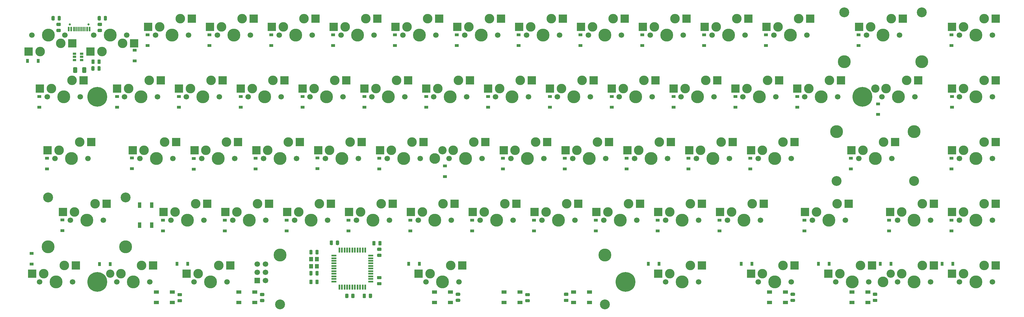
<source format=gbr>
%TF.GenerationSoftware,KiCad,Pcbnew,(5.99.0-2809-gaceed2b0a4)*%
%TF.CreationDate,2020-08-26T23:20:53-04:00*%
%TF.ProjectId,athene-pcb,61746865-6e65-42d7-9063-622e6b696361,rev?*%
%TF.SameCoordinates,Original*%
%TF.FileFunction,Soldermask,Bot*%
%TF.FilePolarity,Negative*%
%FSLAX46Y46*%
G04 Gerber Fmt 4.6, Leading zero omitted, Abs format (unit mm)*
G04 Created by KiCad (PCBNEW (5.99.0-2809-gaceed2b0a4)) date 2020-08-26 23:20:53*
%MOMM*%
%LPD*%
G01*
G04 APERTURE LIST*
%ADD10C,6.100000*%
%ADD11C,3.987800*%
%ADD12C,3.048000*%
%ADD13C,3.300000*%
%ADD14R,1.200000X0.900000*%
%ADD15R,2.550000X2.500000*%
%ADD16C,2.950000*%
%ADD17C,1.700000*%
%ADD18C,3.980180*%
%ADD19R,0.600000X1.450000*%
%ADD20R,0.300000X1.450000*%
%ADD21C,0.650000*%
%ADD22R,0.900000X1.200000*%
%ADD23R,1.500000X1.000000*%
%ADD24R,1.700000X1.700000*%
%ADD25C,2.550000*%
%ADD26R,1.200000X1.400000*%
%ADD27R,1.100000X1.800000*%
%ADD28R,1.060000X0.650000*%
%ADD29R,0.550000X1.500000*%
%ADD30R,1.500000X0.550000*%
G04 APERTURE END LIST*
D10*
%TO.C,Poker_oval_hole*%
X203200000Y-101600000D03*
%TD*%
D11*
%TO.C,ST_LSHIFT*%
X49244250Y-90805000D03*
D12*
X25368250Y-75565000D03*
D11*
X25368250Y-90805000D03*
D12*
X49244250Y-75565000D03*
%TD*%
%TO.C,ST_BKSP*%
X270637000Y-18415000D03*
D11*
X270637000Y-33655000D03*
D12*
X294513000Y-18415000D03*
D11*
X294513000Y-33655000D03*
%TD*%
D13*
%TO.C,HOLE5*%
X282575000Y-101600000D03*
%TD*%
%TO.C,HOLE5*%
X144462500Y-63500000D03*
%TD*%
D10*
%TO.C,Poker_oval_hole*%
X40481250Y-101600000D03*
%TD*%
D11*
%TO.C,ST_ENTER*%
X292131750Y-55245000D03*
X268255750Y-55245000D03*
D12*
X292131750Y-70485000D03*
X268255750Y-70485000D03*
%TD*%
D10*
%TO.C,Poker_oval_hole*%
X40481250Y-44450000D03*
%TD*%
%TO.C,Poker_oval_hole*%
X276225000Y-44454000D03*
%TD*%
D14*
%TO.C,D32*%
X51196875Y-66675000D03*
X51196875Y-63375000D03*
%TD*%
%TO.C,D13*%
X246459375Y-28637500D03*
X246459375Y-25337500D03*
%TD*%
%TO.C,C9*%
G36*
G01*
X66337500Y-107905666D02*
X65425000Y-107905666D01*
G75*
G02*
X65181250Y-107661916I0J243750D01*
G01*
X65181250Y-107174416D01*
G75*
G02*
X65425000Y-106930666I243750J0D01*
G01*
X66337500Y-106930666D01*
G75*
G02*
X66581250Y-107174416I0J-243750D01*
G01*
X66581250Y-107661916D01*
G75*
G02*
X66337500Y-107905666I-243750J0D01*
G01*
G37*
G36*
G01*
X66337500Y-106030666D02*
X65425000Y-106030666D01*
G75*
G02*
X65181250Y-105786916I0J243750D01*
G01*
X65181250Y-105299416D01*
G75*
G02*
X65425000Y-105055666I243750J0D01*
G01*
X66337500Y-105055666D01*
G75*
G02*
X66581250Y-105299416I0J-243750D01*
G01*
X66581250Y-105786916D01*
G75*
G02*
X66337500Y-106030666I-243750J0D01*
G01*
G37*
%TD*%
%TO.C,D30*%
X303768125Y-47687500D03*
X303768125Y-44387500D03*
%TD*%
%TO.C,C2*%
G36*
G01*
X108678625Y-98462125D02*
X108678625Y-99374625D01*
G75*
G02*
X108434875Y-99618375I-243750J0D01*
G01*
X107947375Y-99618375D01*
G75*
G02*
X107703625Y-99374625I0J243750D01*
G01*
X107703625Y-98462125D01*
G75*
G02*
X107947375Y-98218375I243750J0D01*
G01*
X108434875Y-98218375D01*
G75*
G02*
X108678625Y-98462125I0J-243750D01*
G01*
G37*
G36*
G01*
X106803625Y-98462125D02*
X106803625Y-99374625D01*
G75*
G02*
X106559875Y-99618375I-243750J0D01*
G01*
X106072375Y-99618375D01*
G75*
G02*
X105828625Y-99374625I0J243750D01*
G01*
X105828625Y-98462125D01*
G75*
G02*
X106072375Y-98218375I243750J0D01*
G01*
X106559875Y-98218375D01*
G75*
G02*
X106803625Y-98462125I0J-243750D01*
G01*
G37*
%TD*%
D15*
%TO.C,K54*%
X226752500Y-77470000D03*
X213302500Y-80010000D03*
D16*
X216852500Y-80010000D03*
X223202500Y-77470000D03*
D17*
X225742500Y-82550000D03*
D18*
X220662500Y-82550000D03*
D17*
X215582500Y-82550000D03*
%TD*%
D14*
%TO.C,D6*%
X113109375Y-28637500D03*
X113109375Y-25337500D03*
%TD*%
D19*
%TO.C,J1*%
X38150000Y-23507500D03*
X37375000Y-23507500D03*
D20*
X36675000Y-23507500D03*
X36175000Y-23507500D03*
X35675000Y-23507500D03*
X35175000Y-23507500D03*
X34675000Y-23507500D03*
X34175000Y-23507500D03*
X33675000Y-23507500D03*
X33175000Y-23507500D03*
D19*
X32475000Y-23507500D03*
X31700000Y-23507500D03*
D21*
X37815000Y-22062500D03*
X32035000Y-22062500D03*
%TD*%
D14*
%TO.C,D5*%
X94059375Y-28637500D03*
X94059375Y-25337500D03*
%TD*%
D15*
%TO.C,K14*%
X288665000Y-20320000D03*
X275215000Y-22860000D03*
D17*
X287655000Y-25400000D03*
D16*
X278765000Y-22860000D03*
X285115000Y-20320000D03*
D18*
X282575000Y-25400000D03*
D17*
X277495000Y-25400000D03*
%TD*%
D14*
%TO.C,D3*%
X55959375Y-28637500D03*
X55959375Y-25337500D03*
%TD*%
%TO.C,D40*%
X203596875Y-66737500D03*
X203596875Y-63437500D03*
%TD*%
%TO.C,D7*%
X132159375Y-28637500D03*
X132159375Y-25337500D03*
%TD*%
D15*
%TO.C,K58*%
X317240000Y-77470000D03*
X303790000Y-80010000D03*
D17*
X306070000Y-82550000D03*
D16*
X313690000Y-77470000D03*
D18*
X311150000Y-82550000D03*
D16*
X307340000Y-80010000D03*
D17*
X316230000Y-82550000D03*
%TD*%
D15*
%TO.C,K24*%
X193415000Y-39370000D03*
X179965000Y-41910000D03*
D16*
X183515000Y-41910000D03*
X189865000Y-39370000D03*
D18*
X187325000Y-44450000D03*
D17*
X192405000Y-44450000D03*
X182245000Y-44450000D03*
%TD*%
D14*
%TO.C,D25*%
X198993125Y-47687500D03*
X198993125Y-44387500D03*
%TD*%
%TO.C,D27*%
X237093125Y-47687500D03*
X237093125Y-44387500D03*
%TD*%
%TO.C,D43*%
X272653125Y-66737500D03*
X272653125Y-63437500D03*
%TD*%
%TO.C,C6*%
G36*
G01*
X126924750Y-91031000D02*
X127837250Y-91031000D01*
G75*
G02*
X128081000Y-91274750I0J-243750D01*
G01*
X128081000Y-91762250D01*
G75*
G02*
X127837250Y-92006000I-243750J0D01*
G01*
X126924750Y-92006000D01*
G75*
G02*
X126681000Y-91762250I0J243750D01*
G01*
X126681000Y-91274750D01*
G75*
G02*
X126924750Y-91031000I243750J0D01*
G01*
G37*
G36*
G01*
X126924750Y-92906000D02*
X127837250Y-92906000D01*
G75*
G02*
X128081000Y-93149750I0J-243750D01*
G01*
X128081000Y-93637250D01*
G75*
G02*
X127837250Y-93881000I-243750J0D01*
G01*
X126924750Y-93881000D01*
G75*
G02*
X126681000Y-93637250I0J243750D01*
G01*
X126681000Y-93149750D01*
G75*
G02*
X126924750Y-92906000I243750J0D01*
G01*
G37*
%TD*%
D15*
%TO.C,K51*%
X169602500Y-77470000D03*
X156152500Y-80010000D03*
D16*
X159702500Y-80010000D03*
X166052500Y-77470000D03*
D17*
X168592500Y-82550000D03*
X158432500Y-82550000D03*
D18*
X163512500Y-82550000D03*
%TD*%
D14*
%TO.C,D2*%
X51990625Y-33400000D03*
X51990625Y-30100000D03*
%TD*%
D15*
%TO.C,K22*%
X155315000Y-39370000D03*
X141865000Y-41910000D03*
D18*
X149225000Y-44450000D03*
D16*
X151765000Y-39370000D03*
D17*
X154305000Y-44450000D03*
X144145000Y-44450000D03*
D16*
X145415000Y-41910000D03*
%TD*%
D14*
%TO.C,D49*%
X117871875Y-85850000D03*
X117871875Y-82550000D03*
%TD*%
D15*
%TO.C,K59*%
X33871250Y-96520000D03*
X20421250Y-99060000D03*
D16*
X30321250Y-96520000D03*
D18*
X27781250Y-101600000D03*
D17*
X22701250Y-101600000D03*
D16*
X23971250Y-99060000D03*
D17*
X32861250Y-101600000D03*
%TD*%
D15*
%TO.C,K15*%
X317240000Y-20320000D03*
X303790000Y-22860000D03*
D17*
X316230000Y-25400000D03*
D16*
X313690000Y-20320000D03*
D18*
X311150000Y-25400000D03*
D16*
X307340000Y-22860000D03*
D17*
X306070000Y-25400000D03*
%TD*%
D14*
%TO.C,D50*%
X136921875Y-85850000D03*
X136921875Y-82550000D03*
%TD*%
D22*
%TO.C,D1*%
X22294326Y-33337500D03*
X18994326Y-33337500D03*
%TD*%
D15*
%TO.C,K6*%
X126740000Y-20320000D03*
X113290000Y-22860000D03*
D16*
X116840000Y-22860000D03*
D17*
X115570000Y-25400000D03*
D16*
X123190000Y-20320000D03*
D18*
X120650000Y-25400000D03*
D17*
X125730000Y-25400000D03*
%TD*%
D15*
%TO.C,K55*%
X245802500Y-77470000D03*
X232352500Y-80010000D03*
D16*
X242252500Y-77470000D03*
D17*
X244792500Y-82550000D03*
X234632500Y-82550000D03*
D16*
X235902500Y-80010000D03*
D18*
X239712500Y-82550000D03*
%TD*%
D14*
%TO.C,D38*%
X165496875Y-66737500D03*
X165496875Y-63437500D03*
%TD*%
%TO.C,D36*%
X127396875Y-66737500D03*
X127396875Y-63437500D03*
%TD*%
D15*
%TO.C,K9*%
X183890000Y-20320000D03*
X170440000Y-22860000D03*
D17*
X182880000Y-25400000D03*
D16*
X173990000Y-22860000D03*
X180340000Y-20320000D03*
D17*
X172720000Y-25400000D03*
D18*
X177800000Y-25400000D03*
%TD*%
D15*
%TO.C,K53*%
X207702500Y-77470000D03*
X194252500Y-80010000D03*
D18*
X201612500Y-82550000D03*
D17*
X196532500Y-82550000D03*
D16*
X197802500Y-80010000D03*
D17*
X206692500Y-82550000D03*
D16*
X204152500Y-77470000D03*
%TD*%
D23*
%TO.C,RGB3*%
X149293750Y-104762500D03*
X149293750Y-107962500D03*
X144393750Y-107962500D03*
X144393750Y-104762500D03*
%TD*%
D15*
%TO.C,K31*%
X38633750Y-58420000D03*
X25183750Y-60960000D03*
D17*
X27463750Y-63500000D03*
D18*
X32543750Y-63500000D03*
D16*
X28733750Y-60960000D03*
X35083750Y-58420000D03*
D17*
X37623750Y-63500000D03*
%TD*%
D14*
%TO.C,D46*%
X60721875Y-85850000D03*
X60721875Y-82550000D03*
%TD*%
%TO.C,D16*%
X22621875Y-47687500D03*
X22621875Y-44387500D03*
%TD*%
%TO.C,R4*%
G36*
G01*
X38669804Y-36167707D02*
X38669804Y-35255207D01*
G75*
G02*
X38913554Y-35011457I243750J0D01*
G01*
X39401054Y-35011457D01*
G75*
G02*
X39644804Y-35255207I0J-243750D01*
G01*
X39644804Y-36167707D01*
G75*
G02*
X39401054Y-36411457I-243750J0D01*
G01*
X38913554Y-36411457D01*
G75*
G02*
X38669804Y-36167707I0J243750D01*
G01*
G37*
G36*
G01*
X40544804Y-36167707D02*
X40544804Y-35255207D01*
G75*
G02*
X40788554Y-35011457I243750J0D01*
G01*
X41276054Y-35011457D01*
G75*
G02*
X41519804Y-35255207I0J-243750D01*
G01*
X41519804Y-36167707D01*
G75*
G02*
X41276054Y-36411457I-243750J0D01*
G01*
X40788554Y-36411457D01*
G75*
G02*
X40544804Y-36167707I0J243750D01*
G01*
G37*
%TD*%
D15*
%TO.C,K28*%
X269615000Y-39370000D03*
X256165000Y-41910000D03*
D17*
X258445000Y-44450000D03*
D18*
X263525000Y-44450000D03*
D17*
X268605000Y-44450000D03*
D16*
X266065000Y-39370000D03*
X259715000Y-41910000D03*
%TD*%
D14*
%TO.C,D39*%
X184546875Y-66737500D03*
X184546875Y-63437500D03*
%TD*%
%TO.C,D58*%
X303609375Y-85850000D03*
X303609375Y-82550000D03*
%TD*%
D15*
%TO.C,K30*%
X317240000Y-39370000D03*
X303790000Y-41910000D03*
D18*
X311150000Y-44450000D03*
D17*
X306070000Y-44450000D03*
D16*
X307340000Y-41910000D03*
X313690000Y-39370000D03*
D17*
X316230000Y-44450000D03*
%TD*%
%TO.C,R5*%
G36*
G01*
X108678625Y-101143750D02*
X108678625Y-102056250D01*
G75*
G02*
X108434875Y-102300000I-243750J0D01*
G01*
X107947375Y-102300000D01*
G75*
G02*
X107703625Y-102056250I0J243750D01*
G01*
X107703625Y-101143750D01*
G75*
G02*
X107947375Y-100900000I243750J0D01*
G01*
X108434875Y-100900000D01*
G75*
G02*
X108678625Y-101143750I0J-243750D01*
G01*
G37*
G36*
G01*
X106803625Y-101143750D02*
X106803625Y-102056250D01*
G75*
G02*
X106559875Y-102300000I-243750J0D01*
G01*
X106072375Y-102300000D01*
G75*
G02*
X105828625Y-102056250I0J243750D01*
G01*
X105828625Y-101143750D01*
G75*
G02*
X106072375Y-100900000I243750J0D01*
G01*
X106559875Y-100900000D01*
G75*
G02*
X106803625Y-101143750I0J-243750D01*
G01*
G37*
%TD*%
D14*
%TO.C,D14*%
X275034375Y-28637500D03*
X275034375Y-25337500D03*
%TD*%
%TO.C,D53*%
X194071875Y-85850000D03*
X194071875Y-82550000D03*
%TD*%
%TO.C,D26*%
X218043125Y-47687500D03*
X218043125Y-44387500D03*
%TD*%
%TO.C,D19*%
X84693125Y-47687500D03*
X84693125Y-44387500D03*
%TD*%
D15*
%TO.C,K23*%
X174365000Y-39370000D03*
X160915000Y-41910000D03*
D16*
X170815000Y-39370000D03*
D17*
X163195000Y-44450000D03*
X173355000Y-44450000D03*
D18*
X168275000Y-44450000D03*
D16*
X164465000Y-41910000D03*
%TD*%
D23*
%TO.C,RGB6*%
X252481250Y-104762500D03*
X252481250Y-107962500D03*
X247581250Y-107962500D03*
X247581250Y-104762500D03*
%TD*%
D17*
%TO.C,J2*%
X92329000Y-96139000D03*
X89789000Y-96139000D03*
X92329000Y-98679000D03*
X89789000Y-98679000D03*
X92329000Y-101219000D03*
D24*
X89789000Y-101219000D03*
%TD*%
D14*
%TO.C,D57*%
X284400625Y-85850000D03*
X284400625Y-82550000D03*
%TD*%
%TO.C,D29*%
X281026707Y-49912180D03*
X281026707Y-46612180D03*
%TD*%
%TO.C,R7*%
G36*
G01*
X26388000Y-20649250D02*
X26388000Y-19736750D01*
G75*
G02*
X26631750Y-19493000I243750J0D01*
G01*
X27119250Y-19493000D01*
G75*
G02*
X27363000Y-19736750I0J-243750D01*
G01*
X27363000Y-20649250D01*
G75*
G02*
X27119250Y-20893000I-243750J0D01*
G01*
X26631750Y-20893000D01*
G75*
G02*
X26388000Y-20649250I0J243750D01*
G01*
G37*
G36*
G01*
X28263000Y-20649250D02*
X28263000Y-19736750D01*
G75*
G02*
X28506750Y-19493000I243750J0D01*
G01*
X28994250Y-19493000D01*
G75*
G02*
X29238000Y-19736750I0J-243750D01*
G01*
X29238000Y-20649250D01*
G75*
G02*
X28994250Y-20893000I-243750J0D01*
G01*
X28506750Y-20893000D01*
G75*
G02*
X28263000Y-20649250I0J243750D01*
G01*
G37*
%TD*%
D15*
%TO.C,K17*%
X60065000Y-39370000D03*
X46615000Y-41910000D03*
D17*
X59055000Y-44450000D03*
X48895000Y-44450000D03*
D18*
X53975000Y-44450000D03*
D16*
X50165000Y-41910000D03*
X56515000Y-39370000D03*
%TD*%
D15*
%TO.C,K26*%
X231515000Y-39370000D03*
X218065000Y-41910000D03*
D17*
X220345000Y-44450000D03*
D16*
X227965000Y-39370000D03*
D18*
X225425000Y-44450000D03*
D17*
X230505000Y-44450000D03*
D16*
X221615000Y-41910000D03*
%TD*%
D22*
%TO.C,D63*%
X210281250Y-96043750D03*
X213581250Y-96043750D03*
%TD*%
D14*
%TO.C,D45*%
X29765625Y-85787500D03*
X29765625Y-82487500D03*
%TD*%
%TO.C,D47*%
X79771875Y-85850000D03*
X79771875Y-82550000D03*
%TD*%
D15*
%TO.C,K61*%
X81496250Y-96520000D03*
X68046250Y-99060000D03*
D16*
X77946250Y-96520000D03*
D17*
X80486250Y-101600000D03*
X70326250Y-101600000D03*
D18*
X75406250Y-101600000D03*
D16*
X71596250Y-99060000D03*
%TD*%
D23*
%TO.C,RGB2*%
X88968750Y-104762500D03*
X88968750Y-107962500D03*
X84068750Y-107962500D03*
X84068750Y-104762500D03*
%TD*%
D15*
%TO.C,K5*%
X107690000Y-20320000D03*
X94240000Y-22860000D03*
D16*
X104140000Y-20320000D03*
X97790000Y-22860000D03*
D17*
X96520000Y-25400000D03*
D18*
X101600000Y-25400000D03*
D17*
X106680000Y-25400000D03*
%TD*%
D14*
%TO.C,D56*%
X258365625Y-85850000D03*
X258365625Y-82550000D03*
%TD*%
D15*
%TO.C,K29*%
X293427500Y-39370000D03*
D25*
X280193750Y-41910000D03*
D17*
X292417500Y-44450000D03*
X282257500Y-44450000D03*
D16*
X289877500Y-39370000D03*
X283527500Y-41910000D03*
D18*
X287337500Y-44450000D03*
%TD*%
%TO.C,R3*%
G36*
G01*
X38688031Y-34073511D02*
X38688031Y-33161011D01*
G75*
G02*
X38931781Y-32917261I243750J0D01*
G01*
X39419281Y-32917261D01*
G75*
G02*
X39663031Y-33161011I0J-243750D01*
G01*
X39663031Y-34073511D01*
G75*
G02*
X39419281Y-34317261I-243750J0D01*
G01*
X38931781Y-34317261D01*
G75*
G02*
X38688031Y-34073511I0J243750D01*
G01*
G37*
G36*
G01*
X40563031Y-34073511D02*
X40563031Y-33161011D01*
G75*
G02*
X40806781Y-32917261I243750J0D01*
G01*
X41294281Y-32917261D01*
G75*
G02*
X41538031Y-33161011I0J-243750D01*
G01*
X41538031Y-34073511D01*
G75*
G02*
X41294281Y-34317261I-243750J0D01*
G01*
X40806781Y-34317261D01*
G75*
G02*
X40563031Y-34073511I0J243750D01*
G01*
G37*
%TD*%
%TO.C,C15*%
G36*
G01*
X280549319Y-107787500D02*
X279636819Y-107787500D01*
G75*
G02*
X279393069Y-107543750I0J243750D01*
G01*
X279393069Y-107056250D01*
G75*
G02*
X279636819Y-106812500I243750J0D01*
G01*
X280549319Y-106812500D01*
G75*
G02*
X280793069Y-107056250I0J-243750D01*
G01*
X280793069Y-107543750D01*
G75*
G02*
X280549319Y-107787500I-243750J0D01*
G01*
G37*
G36*
G01*
X280549319Y-105912500D02*
X279636819Y-105912500D01*
G75*
G02*
X279393069Y-105668750I0J243750D01*
G01*
X279393069Y-105181250D01*
G75*
G02*
X279636819Y-104937500I243750J0D01*
G01*
X280549319Y-104937500D01*
G75*
G02*
X280793069Y-105181250I0J-243750D01*
G01*
X280793069Y-105668750D01*
G75*
G02*
X280549319Y-105912500I-243750J0D01*
G01*
G37*
%TD*%
D15*
%TO.C,K47*%
X93402500Y-77470000D03*
X79952500Y-80010000D03*
D17*
X92392500Y-82550000D03*
D16*
X89852500Y-77470000D03*
D18*
X87312500Y-82550000D03*
D17*
X82232500Y-82550000D03*
D16*
X83502500Y-80010000D03*
%TD*%
D14*
%TO.C,D21*%
X122793125Y-47687500D03*
X122793125Y-44387500D03*
%TD*%
D15*
%TO.C,K64*%
X255327500Y-96520000D03*
X241877500Y-99060000D03*
D16*
X245427500Y-99060000D03*
D17*
X254317500Y-101600000D03*
D16*
X251777500Y-96520000D03*
D17*
X244157500Y-101600000D03*
D18*
X249237500Y-101600000D03*
%TD*%
D15*
%TO.C,K2*%
X38360000Y-30480000D03*
X51810000Y-27940000D03*
D16*
X48260000Y-27940000D03*
X41910000Y-30480000D03*
D18*
X44450000Y-25400000D03*
D17*
X39370000Y-25400000D03*
X49530000Y-25400000D03*
%TD*%
D15*
%TO.C,K42*%
X255327500Y-58420000D03*
X241877500Y-60960000D03*
D16*
X245427500Y-60960000D03*
D17*
X254317500Y-63500000D03*
X244157500Y-63500000D03*
D18*
X249237500Y-63500000D03*
D16*
X251777500Y-58420000D03*
%TD*%
D14*
%TO.C,D23*%
X160893125Y-47687500D03*
X160893125Y-44387500D03*
%TD*%
D23*
%TO.C,RGB5*%
X192156250Y-104762500D03*
X192156250Y-107962500D03*
X187256250Y-107962500D03*
X187256250Y-104762500D03*
%TD*%
D15*
%TO.C,K38*%
X179127500Y-58420000D03*
X165677500Y-60960000D03*
D17*
X167957500Y-63500000D03*
D18*
X173037500Y-63500000D03*
D17*
X178117500Y-63500000D03*
D16*
X169227500Y-60960000D03*
X175577500Y-58420000D03*
%TD*%
D26*
%TO.C,Y1*%
X106403625Y-96788375D03*
X106403625Y-94588375D03*
X108103625Y-94588375D03*
X108103625Y-96788375D03*
%TD*%
D15*
%TO.C,K20*%
X117215000Y-39370000D03*
X103765000Y-41910000D03*
D18*
X111125000Y-44450000D03*
D16*
X107315000Y-41910000D03*
D17*
X106045000Y-44450000D03*
D16*
X113665000Y-39370000D03*
D17*
X116205000Y-44450000D03*
%TD*%
D15*
%TO.C,K52*%
X188652500Y-77470000D03*
X175202500Y-80010000D03*
D16*
X178752500Y-80010000D03*
D17*
X177482500Y-82550000D03*
X187642500Y-82550000D03*
D18*
X182562500Y-82550000D03*
D16*
X185102500Y-77470000D03*
%TD*%
D14*
%TO.C,D59*%
X20240625Y-92806250D03*
X20240625Y-96106250D03*
%TD*%
%TO.C,D15*%
X303609375Y-28637500D03*
X303609375Y-25337500D03*
%TD*%
D15*
%TO.C,K27*%
X250565000Y-39370000D03*
X237115000Y-41910000D03*
D17*
X239395000Y-44450000D03*
D18*
X244475000Y-44450000D03*
D16*
X240665000Y-41910000D03*
X247015000Y-39370000D03*
D17*
X249555000Y-44450000D03*
%TD*%
D15*
%TO.C,K4*%
X88640000Y-20320000D03*
X75190000Y-22860000D03*
D17*
X87630000Y-25400000D03*
D18*
X82550000Y-25400000D03*
D16*
X78740000Y-22860000D03*
D17*
X77470000Y-25400000D03*
D16*
X85090000Y-20320000D03*
%TD*%
%TO.C,C10*%
G36*
G01*
X91737500Y-107857200D02*
X90825000Y-107857200D01*
G75*
G02*
X90581250Y-107613450I0J243750D01*
G01*
X90581250Y-107125950D01*
G75*
G02*
X90825000Y-106882200I243750J0D01*
G01*
X91737500Y-106882200D01*
G75*
G02*
X91981250Y-107125950I0J-243750D01*
G01*
X91981250Y-107613450D01*
G75*
G02*
X91737500Y-107857200I-243750J0D01*
G01*
G37*
G36*
G01*
X91737500Y-105982200D02*
X90825000Y-105982200D01*
G75*
G02*
X90581250Y-105738450I0J243750D01*
G01*
X90581250Y-105250950D01*
G75*
G02*
X90825000Y-105007200I243750J0D01*
G01*
X91737500Y-105007200D01*
G75*
G02*
X91981250Y-105250950I0J-243750D01*
G01*
X91981250Y-105738450D01*
G75*
G02*
X91737500Y-105982200I-243750J0D01*
G01*
G37*
%TD*%
D15*
%TO.C,K48*%
X112452500Y-77470000D03*
X99002500Y-80010000D03*
D16*
X102552500Y-80010000D03*
X108902500Y-77470000D03*
D18*
X106362500Y-82550000D03*
D17*
X111442500Y-82550000D03*
X101282500Y-82550000D03*
%TD*%
D15*
%TO.C,K49*%
X131502500Y-77470000D03*
X118052500Y-80010000D03*
D18*
X125412500Y-82550000D03*
D17*
X120332500Y-82550000D03*
D16*
X127952500Y-77470000D03*
X121602500Y-80010000D03*
D17*
X130492500Y-82550000D03*
%TD*%
D14*
%TO.C,D12*%
X227409375Y-28637500D03*
X227409375Y-25337500D03*
%TD*%
%TO.C,D42*%
X241696875Y-66737500D03*
X241696875Y-63437500D03*
%TD*%
D27*
%TO.C,S1*%
X53564353Y-84062500D03*
X57264353Y-77862500D03*
X57264353Y-84062500D03*
X53564353Y-77862500D03*
%TD*%
D15*
%TO.C,K41*%
X236277500Y-58420000D03*
X222827500Y-60960000D03*
D17*
X235267500Y-63500000D03*
D16*
X226377500Y-60960000D03*
D18*
X230187500Y-63500000D03*
D16*
X232727500Y-58420000D03*
D17*
X225107500Y-63500000D03*
%TD*%
D15*
%TO.C,K33*%
X83877500Y-58420000D03*
X70427500Y-60960000D03*
D16*
X80327500Y-58420000D03*
D17*
X82867500Y-63500000D03*
D16*
X73977500Y-60960000D03*
D17*
X72707500Y-63500000D03*
D18*
X77787500Y-63500000D03*
%TD*%
D15*
%TO.C,K1*%
X19310000Y-30480000D03*
X32760000Y-27940000D03*
D16*
X29210000Y-27940000D03*
X22860000Y-30480000D03*
D18*
X25400000Y-25400000D03*
D17*
X20320000Y-25400000D03*
X30480000Y-25400000D03*
%TD*%
D11*
%TO.C,ST_SPACE*%
X96805750Y-93345000D03*
D12*
X196881750Y-108585000D03*
D11*
X196881750Y-93345000D03*
D12*
X96805750Y-108585000D03*
%TD*%
D14*
%TO.C,D48*%
X98821875Y-85850000D03*
X98821875Y-82550000D03*
%TD*%
D15*
%TO.C,K32*%
X64827500Y-58420000D03*
X51377500Y-60960000D03*
D17*
X63817500Y-63500000D03*
D16*
X54927500Y-60960000D03*
D18*
X58737500Y-63500000D03*
D17*
X53657500Y-63500000D03*
D16*
X61277500Y-58420000D03*
%TD*%
D14*
%TO.C,D28*%
X256143125Y-47687500D03*
X256143125Y-44387500D03*
%TD*%
D15*
%TO.C,K19*%
X98165000Y-39370000D03*
X84715000Y-41910000D03*
D16*
X88265000Y-41910000D03*
X94615000Y-39370000D03*
D18*
X92075000Y-44450000D03*
D17*
X86995000Y-44450000D03*
X97155000Y-44450000D03*
%TD*%
D15*
%TO.C,K18*%
X79115000Y-39370000D03*
X65665000Y-41910000D03*
D17*
X67945000Y-44450000D03*
D18*
X73025000Y-44450000D03*
D16*
X69215000Y-41910000D03*
D17*
X78105000Y-44450000D03*
D16*
X75565000Y-39370000D03*
%TD*%
D22*
%TO.C,D65*%
X262668750Y-96043750D03*
X265968750Y-96043750D03*
%TD*%
%TO.C,C3*%
G36*
G01*
X119718669Y-105461750D02*
X119718669Y-106374250D01*
G75*
G02*
X119474919Y-106618000I-243750J0D01*
G01*
X118987419Y-106618000D01*
G75*
G02*
X118743669Y-106374250I0J243750D01*
G01*
X118743669Y-105461750D01*
G75*
G02*
X118987419Y-105218000I243750J0D01*
G01*
X119474919Y-105218000D01*
G75*
G02*
X119718669Y-105461750I0J-243750D01*
G01*
G37*
G36*
G01*
X117843669Y-105461750D02*
X117843669Y-106374250D01*
G75*
G02*
X117599919Y-106618000I-243750J0D01*
G01*
X117112419Y-106618000D01*
G75*
G02*
X116868669Y-106374250I0J243750D01*
G01*
X116868669Y-105461750D01*
G75*
G02*
X117112419Y-105218000I243750J0D01*
G01*
X117599919Y-105218000D01*
G75*
G02*
X117843669Y-105461750I0J-243750D01*
G01*
G37*
%TD*%
D15*
%TO.C,K25*%
X212465000Y-39370000D03*
X199015000Y-41910000D03*
D16*
X208915000Y-39370000D03*
D17*
X211455000Y-44450000D03*
D18*
X206375000Y-44450000D03*
D17*
X201295000Y-44450000D03*
D16*
X202565000Y-41910000D03*
%TD*%
D14*
%TO.C,D20*%
X103743125Y-47687500D03*
X103743125Y-44387500D03*
%TD*%
%TO.C,F1*%
G36*
G01*
X33047596Y-36820634D02*
X33047596Y-35570634D01*
G75*
G02*
X33297596Y-35320634I250000J0D01*
G01*
X34047596Y-35320634D01*
G75*
G02*
X34297596Y-35570634I0J-250000D01*
G01*
X34297596Y-36820634D01*
G75*
G02*
X34047596Y-37070634I-250000J0D01*
G01*
X33297596Y-37070634D01*
G75*
G02*
X33047596Y-36820634I0J250000D01*
G01*
G37*
G36*
G01*
X35847596Y-36820634D02*
X35847596Y-35570634D01*
G75*
G02*
X36097596Y-35320634I250000J0D01*
G01*
X36847596Y-35320634D01*
G75*
G02*
X37097596Y-35570634I0J-250000D01*
G01*
X37097596Y-36820634D01*
G75*
G02*
X36847596Y-37070634I-250000J0D01*
G01*
X36097596Y-37070634D01*
G75*
G02*
X35847596Y-36820634I0J250000D01*
G01*
G37*
%TD*%
D23*
%TO.C,RGB7*%
X277881250Y-104762500D03*
X277881250Y-107962500D03*
X272981250Y-107962500D03*
X272981250Y-104762500D03*
%TD*%
D15*
%TO.C,K50*%
X150552500Y-77470000D03*
X137102500Y-80010000D03*
D17*
X149542500Y-82550000D03*
D16*
X147002500Y-77470000D03*
D18*
X144462500Y-82550000D03*
D17*
X139382500Y-82550000D03*
D16*
X140652500Y-80010000D03*
%TD*%
D15*
%TO.C,K45*%
X43396250Y-77470000D03*
X29946250Y-80010000D03*
D17*
X32226250Y-82550000D03*
D18*
X37306250Y-82550000D03*
D16*
X39846250Y-77470000D03*
D17*
X42386250Y-82550000D03*
D16*
X33496250Y-80010000D03*
%TD*%
D15*
%TO.C,K36*%
X141027500Y-58420000D03*
X127577500Y-60960000D03*
D17*
X129857500Y-63500000D03*
D18*
X134937500Y-63500000D03*
D17*
X140017500Y-63500000D03*
D16*
X137477500Y-58420000D03*
X131127500Y-60960000D03*
%TD*%
D15*
%TO.C,K39*%
X198177500Y-58420000D03*
X184727500Y-60960000D03*
D16*
X188277500Y-60960000D03*
D18*
X192087500Y-63500000D03*
D16*
X194627500Y-58420000D03*
D17*
X197167500Y-63500000D03*
X187007500Y-63500000D03*
%TD*%
D14*
%TO.C,D52*%
X175021875Y-85850000D03*
X175021875Y-82550000D03*
%TD*%
%TO.C,D22*%
X141843125Y-47687500D03*
X141843125Y-44387500D03*
%TD*%
D15*
%TO.C,K3*%
X69590000Y-20320000D03*
X56140000Y-22860000D03*
D17*
X58420000Y-25400000D03*
X68580000Y-25400000D03*
D16*
X59690000Y-22860000D03*
D18*
X63500000Y-25400000D03*
D16*
X66040000Y-20320000D03*
%TD*%
D22*
%TO.C,D62*%
X136462500Y-96043750D03*
X139762500Y-96043750D03*
%TD*%
%TO.C,R6*%
G36*
G01*
X128063108Y-89212051D02*
X128063108Y-90124551D01*
G75*
G02*
X127819358Y-90368301I-243750J0D01*
G01*
X127331858Y-90368301D01*
G75*
G02*
X127088108Y-90124551I0J243750D01*
G01*
X127088108Y-89212051D01*
G75*
G02*
X127331858Y-88968301I243750J0D01*
G01*
X127819358Y-88968301D01*
G75*
G02*
X128063108Y-89212051I0J-243750D01*
G01*
G37*
G36*
G01*
X126188108Y-89212051D02*
X126188108Y-90124551D01*
G75*
G02*
X125944358Y-90368301I-243750J0D01*
G01*
X125456858Y-90368301D01*
G75*
G02*
X125213108Y-90124551I0J243750D01*
G01*
X125213108Y-89212051D01*
G75*
G02*
X125456858Y-88968301I243750J0D01*
G01*
X125944358Y-88968301D01*
G75*
G02*
X126188108Y-89212051I0J-243750D01*
G01*
G37*
%TD*%
D15*
%TO.C,K37*%
X160077500Y-58420000D03*
D25*
X146843750Y-60960000D03*
D16*
X156527500Y-58420000D03*
X150177500Y-60960000D03*
D18*
X153987500Y-63500000D03*
D17*
X148907500Y-63500000D03*
X159067500Y-63500000D03*
%TD*%
%TO.C,C1*%
G36*
G01*
X105828625Y-92874625D02*
X105828625Y-91962125D01*
G75*
G02*
X106072375Y-91718375I243750J0D01*
G01*
X106559875Y-91718375D01*
G75*
G02*
X106803625Y-91962125I0J-243750D01*
G01*
X106803625Y-92874625D01*
G75*
G02*
X106559875Y-93118375I-243750J0D01*
G01*
X106072375Y-93118375D01*
G75*
G02*
X105828625Y-92874625I0J243750D01*
G01*
G37*
G36*
G01*
X107703625Y-92874625D02*
X107703625Y-91962125D01*
G75*
G02*
X107947375Y-91718375I243750J0D01*
G01*
X108434875Y-91718375D01*
G75*
G02*
X108678625Y-91962125I0J-243750D01*
G01*
X108678625Y-92874625D01*
G75*
G02*
X108434875Y-93118375I-243750J0D01*
G01*
X107947375Y-93118375D01*
G75*
G02*
X107703625Y-92874625I0J243750D01*
G01*
G37*
%TD*%
D14*
%TO.C,D18*%
X65643125Y-47687500D03*
X65643125Y-44387500D03*
%TD*%
D15*
%TO.C,K60*%
X57683750Y-96520000D03*
D25*
X44450000Y-99060000D03*
D16*
X54133750Y-96520000D03*
X47783750Y-99060000D03*
D17*
X46513750Y-101600000D03*
X56673750Y-101600000D03*
D18*
X51593750Y-101600000D03*
%TD*%
D15*
%TO.C,K40*%
X217227500Y-58420000D03*
X203777500Y-60960000D03*
D18*
X211137500Y-63500000D03*
D16*
X207327500Y-60960000D03*
D17*
X216217500Y-63500000D03*
X206057500Y-63500000D03*
D16*
X213677500Y-58420000D03*
%TD*%
D14*
%TO.C,D11*%
X208359375Y-28637500D03*
X208359375Y-25337500D03*
%TD*%
D23*
%TO.C,RGB4*%
X170725000Y-104762500D03*
X170725000Y-107962500D03*
X165825000Y-107962500D03*
X165825000Y-104762500D03*
%TD*%
D22*
%TO.C,D66*%
X281718750Y-96043750D03*
X285018750Y-96043750D03*
%TD*%
%TO.C,C5*%
G36*
G01*
X127804148Y-102644000D02*
X126891648Y-102644000D01*
G75*
G02*
X126647898Y-102400250I0J243750D01*
G01*
X126647898Y-101912750D01*
G75*
G02*
X126891648Y-101669000I243750J0D01*
G01*
X127804148Y-101669000D01*
G75*
G02*
X128047898Y-101912750I0J-243750D01*
G01*
X128047898Y-102400250D01*
G75*
G02*
X127804148Y-102644000I-243750J0D01*
G01*
G37*
G36*
G01*
X127804148Y-100769000D02*
X126891648Y-100769000D01*
G75*
G02*
X126647898Y-100525250I0J243750D01*
G01*
X126647898Y-100037750D01*
G75*
G02*
X126891648Y-99794000I243750J0D01*
G01*
X127804148Y-99794000D01*
G75*
G02*
X128047898Y-100037750I0J-243750D01*
G01*
X128047898Y-100525250D01*
G75*
G02*
X127804148Y-100769000I-243750J0D01*
G01*
G37*
%TD*%
D14*
%TO.C,D34*%
X89296875Y-66737500D03*
X89296875Y-63437500D03*
%TD*%
D15*
%TO.C,K43*%
X286283750Y-58420000D03*
X272833750Y-60960000D03*
D18*
X280193750Y-63500000D03*
D17*
X285273750Y-63500000D03*
D16*
X282733750Y-58420000D03*
D17*
X275113750Y-63500000D03*
D16*
X276383750Y-60960000D03*
%TD*%
%TO.C,C12*%
G36*
G01*
X173493750Y-107897899D02*
X172581250Y-107897899D01*
G75*
G02*
X172337500Y-107654149I0J243750D01*
G01*
X172337500Y-107166649D01*
G75*
G02*
X172581250Y-106922899I243750J0D01*
G01*
X173493750Y-106922899D01*
G75*
G02*
X173737500Y-107166649I0J-243750D01*
G01*
X173737500Y-107654149D01*
G75*
G02*
X173493750Y-107897899I-243750J0D01*
G01*
G37*
G36*
G01*
X173493750Y-106022899D02*
X172581250Y-106022899D01*
G75*
G02*
X172337500Y-105779149I0J243750D01*
G01*
X172337500Y-105291649D01*
G75*
G02*
X172581250Y-105047899I243750J0D01*
G01*
X173493750Y-105047899D01*
G75*
G02*
X173737500Y-105291649I0J-243750D01*
G01*
X173737500Y-105779149D01*
G75*
G02*
X173493750Y-106022899I-243750J0D01*
G01*
G37*
%TD*%
D14*
%TO.C,D24*%
X179943125Y-47687500D03*
X179943125Y-44387500D03*
%TD*%
D15*
%TO.C,K10*%
X202940000Y-20320000D03*
X189490000Y-22860000D03*
D17*
X201930000Y-25400000D03*
D16*
X199390000Y-20320000D03*
D17*
X191770000Y-25400000D03*
D16*
X193040000Y-22860000D03*
D18*
X196850000Y-25400000D03*
%TD*%
D15*
%TO.C,K46*%
X74352500Y-77470000D03*
X60902500Y-80010000D03*
D18*
X68262500Y-82550000D03*
D17*
X63182500Y-82550000D03*
X73342500Y-82550000D03*
D16*
X64452500Y-80010000D03*
X70802500Y-77470000D03*
%TD*%
D22*
%TO.C,D60*%
X41212500Y-96113633D03*
X44512500Y-96113633D03*
%TD*%
D15*
%TO.C,K56*%
X271996250Y-77470000D03*
X258546250Y-80010000D03*
D17*
X260826250Y-82550000D03*
D16*
X268446250Y-77470000D03*
D17*
X270986250Y-82550000D03*
D16*
X262096250Y-80010000D03*
D18*
X265906250Y-82550000D03*
%TD*%
%TO.C,C13*%
G36*
G01*
X185400000Y-107787500D02*
X184487500Y-107787500D01*
G75*
G02*
X184243750Y-107543750I0J243750D01*
G01*
X184243750Y-107056250D01*
G75*
G02*
X184487500Y-106812500I243750J0D01*
G01*
X185400000Y-106812500D01*
G75*
G02*
X185643750Y-107056250I0J-243750D01*
G01*
X185643750Y-107543750D01*
G75*
G02*
X185400000Y-107787500I-243750J0D01*
G01*
G37*
G36*
G01*
X185400000Y-105912500D02*
X184487500Y-105912500D01*
G75*
G02*
X184243750Y-105668750I0J243750D01*
G01*
X184243750Y-105181250D01*
G75*
G02*
X184487500Y-104937500I243750J0D01*
G01*
X185400000Y-104937500D01*
G75*
G02*
X185643750Y-105181250I0J-243750D01*
G01*
X185643750Y-105668750D01*
G75*
G02*
X185400000Y-105912500I-243750J0D01*
G01*
G37*
%TD*%
D14*
%TO.C,D51*%
X155971875Y-85850000D03*
X155971875Y-82550000D03*
%TD*%
%TO.C,C4*%
G36*
G01*
X122273000Y-106374250D02*
X122273000Y-105461750D01*
G75*
G02*
X122516750Y-105218000I243750J0D01*
G01*
X123004250Y-105218000D01*
G75*
G02*
X123248000Y-105461750I0J-243750D01*
G01*
X123248000Y-106374250D01*
G75*
G02*
X123004250Y-106618000I-243750J0D01*
G01*
X122516750Y-106618000D01*
G75*
G02*
X122273000Y-106374250I0J243750D01*
G01*
G37*
G36*
G01*
X124148000Y-106374250D02*
X124148000Y-105461750D01*
G75*
G02*
X124391750Y-105218000I243750J0D01*
G01*
X124879250Y-105218000D01*
G75*
G02*
X125123000Y-105461750I0J-243750D01*
G01*
X125123000Y-106374250D01*
G75*
G02*
X124879250Y-106618000I-243750J0D01*
G01*
X124391750Y-106618000D01*
G75*
G02*
X124148000Y-106374250I0J243750D01*
G01*
G37*
%TD*%
D15*
%TO.C,K13*%
X260090000Y-20320000D03*
X246640000Y-22860000D03*
D17*
X248920000Y-25400000D03*
D16*
X250190000Y-22860000D03*
D17*
X259080000Y-25400000D03*
D16*
X256540000Y-20320000D03*
D18*
X254000000Y-25400000D03*
%TD*%
D14*
%TO.C,D41*%
X222646875Y-66737500D03*
X222646875Y-63437500D03*
%TD*%
%TO.C,D54*%
X213121875Y-85850000D03*
X213121875Y-82550000D03*
%TD*%
D15*
%TO.C,K34*%
X102927500Y-58420000D03*
X89477500Y-60960000D03*
D16*
X99377500Y-58420000D03*
X93027500Y-60960000D03*
D17*
X91757500Y-63500000D03*
D18*
X96837500Y-63500000D03*
D17*
X101917500Y-63500000D03*
%TD*%
D15*
%TO.C,K62*%
X152933750Y-96520000D03*
X139483750Y-99060000D03*
D18*
X146843750Y-101600000D03*
D16*
X143033750Y-99060000D03*
D17*
X151923750Y-101600000D03*
X141763750Y-101600000D03*
D16*
X149383750Y-96520000D03*
%TD*%
D15*
%TO.C,K35*%
X121977500Y-58420000D03*
X108527500Y-60960000D03*
D16*
X118427500Y-58420000D03*
X112077500Y-60960000D03*
D17*
X110807500Y-63500000D03*
D18*
X115887500Y-63500000D03*
D17*
X120967500Y-63500000D03*
%TD*%
D14*
%TO.C,D10*%
X189309375Y-28637500D03*
X189309375Y-25337500D03*
%TD*%
%TO.C,C11*%
G36*
G01*
X152062500Y-107783359D02*
X151150000Y-107783359D01*
G75*
G02*
X150906250Y-107539609I0J243750D01*
G01*
X150906250Y-107052109D01*
G75*
G02*
X151150000Y-106808359I243750J0D01*
G01*
X152062500Y-106808359D01*
G75*
G02*
X152306250Y-107052109I0J-243750D01*
G01*
X152306250Y-107539609D01*
G75*
G02*
X152062500Y-107783359I-243750J0D01*
G01*
G37*
G36*
G01*
X152062500Y-105908359D02*
X151150000Y-105908359D01*
G75*
G02*
X150906250Y-105664609I0J243750D01*
G01*
X150906250Y-105177109D01*
G75*
G02*
X151150000Y-104933359I243750J0D01*
G01*
X152062500Y-104933359D01*
G75*
G02*
X152306250Y-105177109I0J-243750D01*
G01*
X152306250Y-105664609D01*
G75*
G02*
X152062500Y-105908359I-243750J0D01*
G01*
G37*
%TD*%
%TO.C,D55*%
X232171875Y-85850000D03*
X232171875Y-82550000D03*
%TD*%
D15*
%TO.C,K65*%
X279140000Y-96520000D03*
X265690000Y-99060000D03*
D16*
X275590000Y-96520000D03*
D18*
X273050000Y-101600000D03*
D16*
X269240000Y-99060000D03*
D17*
X278130000Y-101600000D03*
X267970000Y-101600000D03*
%TD*%
D15*
%TO.C,K63*%
X226752500Y-96520000D03*
X213302500Y-99060000D03*
D16*
X216852500Y-99060000D03*
D17*
X215582500Y-101600000D03*
D18*
X220662500Y-101600000D03*
D16*
X223202500Y-96520000D03*
D17*
X225742500Y-101600000D03*
%TD*%
D15*
%TO.C,K44*%
X317240000Y-58420000D03*
X303790000Y-60960000D03*
D17*
X306070000Y-63500000D03*
X316230000Y-63500000D03*
D16*
X313690000Y-58420000D03*
D18*
X311150000Y-63500000D03*
D16*
X307340000Y-60960000D03*
%TD*%
D14*
%TO.C,D37*%
X147637500Y-69118750D03*
X147637500Y-65818750D03*
%TD*%
%TO.C,D44*%
X303609375Y-66737500D03*
X303609375Y-63437500D03*
%TD*%
%TO.C,D35*%
X108346875Y-66675000D03*
X108346875Y-63375000D03*
%TD*%
%TO.C,D4*%
X75009375Y-28637500D03*
X75009375Y-25337500D03*
%TD*%
D22*
%TO.C,D67*%
X300768750Y-96043750D03*
X304068750Y-96043750D03*
%TD*%
%TO.C,C8*%
G36*
G01*
X40612000Y-20649250D02*
X40612000Y-19736750D01*
G75*
G02*
X40855750Y-19493000I243750J0D01*
G01*
X41343250Y-19493000D01*
G75*
G02*
X41587000Y-19736750I0J-243750D01*
G01*
X41587000Y-20649250D01*
G75*
G02*
X41343250Y-20893000I-243750J0D01*
G01*
X40855750Y-20893000D01*
G75*
G02*
X40612000Y-20649250I0J243750D01*
G01*
G37*
G36*
G01*
X42487000Y-20649250D02*
X42487000Y-19736750D01*
G75*
G02*
X42730750Y-19493000I243750J0D01*
G01*
X43218250Y-19493000D01*
G75*
G02*
X43462000Y-19736750I0J-243750D01*
G01*
X43462000Y-20649250D01*
G75*
G02*
X43218250Y-20893000I-243750J0D01*
G01*
X42730750Y-20893000D01*
G75*
G02*
X42487000Y-20649250I0J243750D01*
G01*
G37*
%TD*%
D15*
%TO.C,K16*%
X36252500Y-39370000D03*
X22802500Y-41910000D03*
D16*
X26352500Y-41910000D03*
D17*
X35242500Y-44450000D03*
D16*
X32702500Y-39370000D03*
D18*
X30162500Y-44450000D03*
D17*
X25082500Y-44450000D03*
%TD*%
D14*
%TO.C,D31*%
X25003125Y-66737500D03*
X25003125Y-63437500D03*
%TD*%
D23*
%TO.C,RGB1*%
X63568750Y-104762500D03*
X63568750Y-107962500D03*
X58668750Y-107962500D03*
X58668750Y-104762500D03*
%TD*%
D14*
%TO.C,D17*%
X46593125Y-47687500D03*
X46593125Y-44387500D03*
%TD*%
D28*
%TO.C,U2*%
X35644000Y-31181000D03*
X35644000Y-32131000D03*
X35644000Y-33081000D03*
X33444000Y-33081000D03*
X33444000Y-32131000D03*
X33444000Y-31181000D03*
%TD*%
D14*
%TO.C,D33*%
X70246875Y-66800000D03*
X70246875Y-63500000D03*
%TD*%
D15*
%TO.C,K67*%
X317240000Y-96520000D03*
X303790000Y-99060000D03*
D17*
X306070000Y-101600000D03*
X316230000Y-101600000D03*
D16*
X307340000Y-99060000D03*
X313690000Y-96520000D03*
D18*
X311150000Y-101600000D03*
%TD*%
D22*
%TO.C,D61*%
X65025000Y-96043750D03*
X68325000Y-96043750D03*
%TD*%
%TO.C,C7*%
G36*
G01*
X114963000Y-89060826D02*
X114963000Y-89973326D01*
G75*
G02*
X114719250Y-90217076I-243750J0D01*
G01*
X114231750Y-90217076D01*
G75*
G02*
X113988000Y-89973326I0J243750D01*
G01*
X113988000Y-89060826D01*
G75*
G02*
X114231750Y-88817076I243750J0D01*
G01*
X114719250Y-88817076D01*
G75*
G02*
X114963000Y-89060826I0J-243750D01*
G01*
G37*
G36*
G01*
X113088000Y-89060826D02*
X113088000Y-89973326D01*
G75*
G02*
X112844250Y-90217076I-243750J0D01*
G01*
X112356750Y-90217076D01*
G75*
G02*
X112113000Y-89973326I0J243750D01*
G01*
X112113000Y-89060826D01*
G75*
G02*
X112356750Y-88817076I243750J0D01*
G01*
X112844250Y-88817076D01*
G75*
G02*
X113088000Y-89060826I0J-243750D01*
G01*
G37*
%TD*%
D29*
%TO.C,U1*%
X123056250Y-103187500D03*
X122256250Y-103187500D03*
X121456250Y-103187500D03*
X120656250Y-103187500D03*
X119856250Y-103187500D03*
X119056250Y-103187500D03*
X118256250Y-103187500D03*
X117456250Y-103187500D03*
X116656250Y-103187500D03*
X115856250Y-103187500D03*
X115056250Y-103187500D03*
D30*
X113356250Y-101487500D03*
X113356250Y-100687500D03*
X113356250Y-99887500D03*
X113356250Y-99087500D03*
X113356250Y-98287500D03*
X113356250Y-97487500D03*
X113356250Y-96687500D03*
X113356250Y-95887500D03*
X113356250Y-95087500D03*
X113356250Y-94287500D03*
X113356250Y-93487500D03*
D29*
X115056250Y-91787500D03*
X115856250Y-91787500D03*
X116656250Y-91787500D03*
X117456250Y-91787500D03*
X118256250Y-91787500D03*
X119056250Y-91787500D03*
X119856250Y-91787500D03*
X120656250Y-91787500D03*
X121456250Y-91787500D03*
X122256250Y-91787500D03*
X123056250Y-91787500D03*
D30*
X124756250Y-93487500D03*
X124756250Y-94287500D03*
X124756250Y-95087500D03*
X124756250Y-95887500D03*
X124756250Y-96687500D03*
X124756250Y-97487500D03*
X124756250Y-98287500D03*
X124756250Y-99087500D03*
X124756250Y-99887500D03*
X124756250Y-100687500D03*
X124756250Y-101487500D03*
%TD*%
D14*
%TO.C,D9*%
X170259375Y-28637500D03*
X170259375Y-25337500D03*
%TD*%
%TO.C,C14*%
G36*
G01*
X255206437Y-107787500D02*
X254293937Y-107787500D01*
G75*
G02*
X254050187Y-107543750I0J243750D01*
G01*
X254050187Y-107056250D01*
G75*
G02*
X254293937Y-106812500I243750J0D01*
G01*
X255206437Y-106812500D01*
G75*
G02*
X255450187Y-107056250I0J-243750D01*
G01*
X255450187Y-107543750D01*
G75*
G02*
X255206437Y-107787500I-243750J0D01*
G01*
G37*
G36*
G01*
X255206437Y-105912500D02*
X254293937Y-105912500D01*
G75*
G02*
X254050187Y-105668750I0J243750D01*
G01*
X254050187Y-105181250D01*
G75*
G02*
X254293937Y-104937500I243750J0D01*
G01*
X255206437Y-104937500D01*
G75*
G02*
X255450187Y-105181250I0J-243750D01*
G01*
X255450187Y-105668750D01*
G75*
G02*
X255206437Y-105912500I-243750J0D01*
G01*
G37*
%TD*%
D22*
%TO.C,D64*%
X238856250Y-96043750D03*
X242156250Y-96043750D03*
%TD*%
D15*
%TO.C,K57*%
X298190000Y-77470000D03*
X284740000Y-80010000D03*
D16*
X294640000Y-77470000D03*
D18*
X292100000Y-82550000D03*
D16*
X288290000Y-80010000D03*
D17*
X287020000Y-82550000D03*
X297180000Y-82550000D03*
%TD*%
%TO.C,R1*%
G36*
G01*
X28118750Y-21593750D02*
X29031250Y-21593750D01*
G75*
G02*
X29275000Y-21837500I0J-243750D01*
G01*
X29275000Y-22325000D01*
G75*
G02*
X29031250Y-22568750I-243750J0D01*
G01*
X28118750Y-22568750D01*
G75*
G02*
X27875000Y-22325000I0J243750D01*
G01*
X27875000Y-21837500D01*
G75*
G02*
X28118750Y-21593750I243750J0D01*
G01*
G37*
G36*
G01*
X28118750Y-23468750D02*
X29031250Y-23468750D01*
G75*
G02*
X29275000Y-23712500I0J-243750D01*
G01*
X29275000Y-24200000D01*
G75*
G02*
X29031250Y-24443750I-243750J0D01*
G01*
X28118750Y-24443750D01*
G75*
G02*
X27875000Y-24200000I0J243750D01*
G01*
X27875000Y-23712500D01*
G75*
G02*
X28118750Y-23468750I243750J0D01*
G01*
G37*
%TD*%
D14*
%TO.C,D8*%
X151209375Y-28637500D03*
X151209375Y-25337500D03*
%TD*%
%TO.C,R2*%
G36*
G01*
X40818750Y-21593750D02*
X41731250Y-21593750D01*
G75*
G02*
X41975000Y-21837500I0J-243750D01*
G01*
X41975000Y-22325000D01*
G75*
G02*
X41731250Y-22568750I-243750J0D01*
G01*
X40818750Y-22568750D01*
G75*
G02*
X40575000Y-22325000I0J243750D01*
G01*
X40575000Y-21837500D01*
G75*
G02*
X40818750Y-21593750I243750J0D01*
G01*
G37*
G36*
G01*
X40818750Y-23468750D02*
X41731250Y-23468750D01*
G75*
G02*
X41975000Y-23712500I0J-243750D01*
G01*
X41975000Y-24200000D01*
G75*
G02*
X41731250Y-24443750I-243750J0D01*
G01*
X40818750Y-24443750D01*
G75*
G02*
X40575000Y-24200000I0J243750D01*
G01*
X40575000Y-23712500D01*
G75*
G02*
X40818750Y-23468750I243750J0D01*
G01*
G37*
%TD*%
D15*
%TO.C,K66*%
X298190000Y-96520000D03*
D25*
X284956250Y-99060000D03*
D16*
X294640000Y-96520000D03*
D18*
X292100000Y-101600000D03*
D16*
X288290000Y-99060000D03*
D17*
X287020000Y-101600000D03*
X297180000Y-101600000D03*
%TD*%
D15*
%TO.C,K11*%
X221990000Y-20320000D03*
X208540000Y-22860000D03*
D17*
X210820000Y-25400000D03*
D16*
X212090000Y-22860000D03*
D18*
X215900000Y-25400000D03*
D17*
X220980000Y-25400000D03*
D16*
X218440000Y-20320000D03*
%TD*%
D15*
%TO.C,K8*%
X164840000Y-20320000D03*
X151390000Y-22860000D03*
D18*
X158750000Y-25400000D03*
D16*
X154940000Y-22860000D03*
D17*
X163830000Y-25400000D03*
D16*
X161290000Y-20320000D03*
D17*
X153670000Y-25400000D03*
%TD*%
D15*
%TO.C,K7*%
X145790000Y-20320000D03*
X132340000Y-22860000D03*
D16*
X142240000Y-20320000D03*
D17*
X134620000Y-25400000D03*
D18*
X139700000Y-25400000D03*
D16*
X135890000Y-22860000D03*
D17*
X144780000Y-25400000D03*
%TD*%
D15*
%TO.C,K21*%
X136265000Y-39370000D03*
X122815000Y-41910000D03*
D16*
X132715000Y-39370000D03*
D17*
X125095000Y-44450000D03*
X135255000Y-44450000D03*
D18*
X130175000Y-44450000D03*
D16*
X126365000Y-41910000D03*
%TD*%
D15*
%TO.C,K12*%
X241040000Y-20320000D03*
X227590000Y-22860000D03*
D17*
X240030000Y-25400000D03*
D16*
X231140000Y-22860000D03*
D17*
X229870000Y-25400000D03*
D18*
X234950000Y-25400000D03*
D16*
X237490000Y-20320000D03*
%TD*%
M02*

</source>
